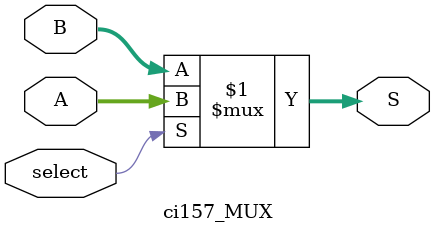
<source format=v>
module ci157_MUX
(
    input select,     // Sinal de controle para selecionar entre A e B.
    input [3:0] A,    // Vetor de 4 bits, uma das entradas.
    input [3:0] B,    // Vetor de 4 bits, a outra entrada.
    output [3:0] S    // Vetor de 4 bits da saída, correspondente à entrada selecionada.
);

// Atribuição condicional: se 'select' for 1, S recebe A; se 'select' for 0, S recebe B.
assign S = select ? A : B;

endmodule

/* 
  Este é um multiplexador de 4 bits. 
  Ele recebe dois vetores de entrada de 4 bits (A e B) e, dependendo do valor do sinal de controle `select`, 
  seleciona qual dos dois vetores será enviado para a saída `S`. 
  Se `select` for 0, o valor de `B` é passado para `S`. 
  Se `select` for 1, o valor de `A` é passado para `S`.
*/

</source>
